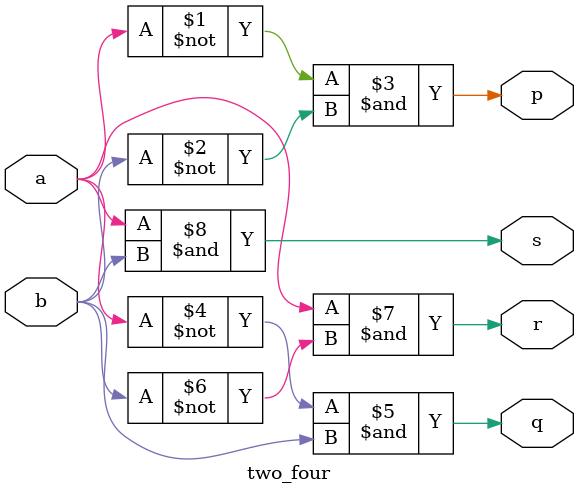
<source format=v>
module two_four(p,q,r,s,a,b);

    input a,b;
    output p,q,r,s;

    assign p = ~a & ~b;
    assign q = ~a & b;
    assign r = a & ~b;
    assign s = a & b;

endmodule

</source>
